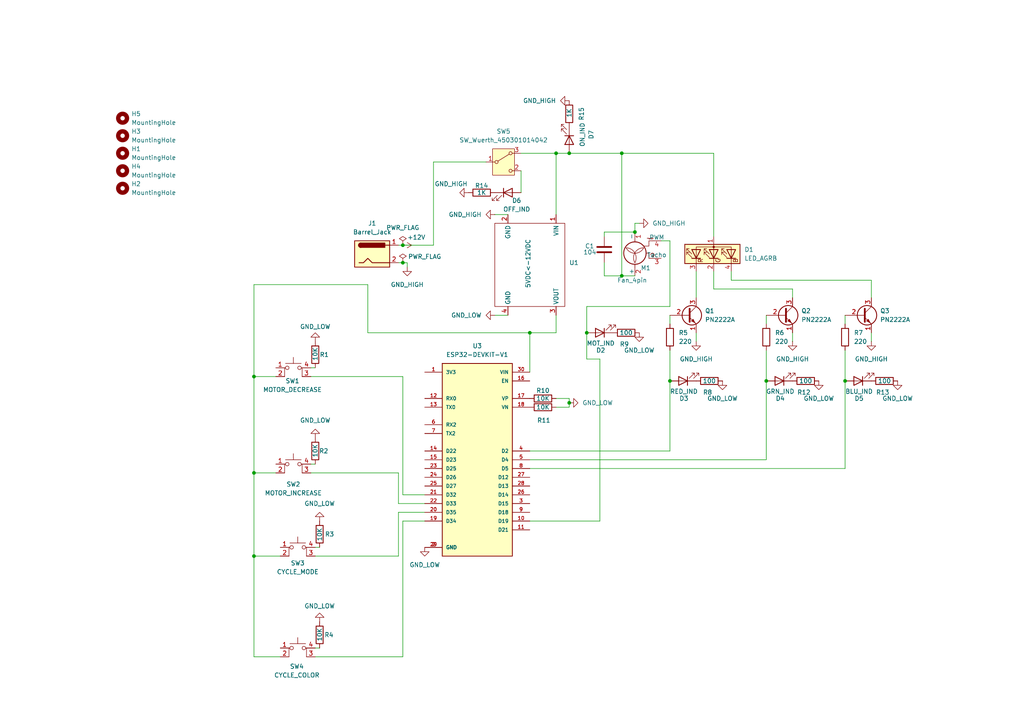
<source format=kicad_sch>
(kicad_sch (version 20231120) (generator "eeschema") (generator_version "8.0")
  (paper "A4")
  (lib_symbols
    (symbol "Connector:Barrel_Jack" (pin_names (offset 1.016))
      (property "Reference" "J" (at 0 5.334 0))
      (property "Value" "Barrel_Jack" (at 0 -5.08 0))
      (symbol "Barrel_Jack_0_1"
        (rectangle (start -5.08 3.81) (end 5.08 -3.81) (stroke (width 0.254)) (fill (type background)))
        (arc (start -3.302 3.175) (mid -3.9343 2.54) (end -3.302 1.905) (stroke (width 0.254)))
        (arc (start -3.302 3.175) (mid -3.9343 2.54) (end -3.302 1.905) (stroke (width 0.254)) (fill (type outline)))
        (polyline (pts (xy 5.08 2.54) (xy 3.81 2.54)) (stroke (width 0.254)))
        (polyline (pts (xy -3.81 -2.54) (xy -2.54 -2.54) (xy -1.27 -1.27) (xy 0 -2.54) (xy 2.54 -2.54) (xy 5.08 -2.54)) (stroke (width 0.254)))
        (rectangle (start 3.683 3.175) (end -3.302 1.905) (stroke (width 0.254)) (fill (type outline)))
      )
      (symbol "Barrel_Jack_1_1"
        (pin passive line (at 7.62 2.54 180) (length 2.54) (name "~") (number "1"))
        (pin passive line (at 7.62 -2.54 180) (length 2.54) (name "~") (number "2"))
      )
    )
    (symbol "Device:C" (pin_numbers hide) (pin_names (offset 0.254))
      (property "Reference" "C" (at 0.635 2.54 0))
      (property "Value" "C" (at 0.635 -2.54 0))
      (symbol "C_0_1"
        (polyline (pts (xy -2.032 -0.762) (xy 2.032 -0.762)) (stroke (width 0.508)))
        (polyline (pts (xy -2.032 0.762) (xy 2.032 0.762)) (stroke (width 0.508)))
      )
      (symbol "C_1_1"
        (pin passive line (at 0 3.81 270) (length 2.794) (name "~") (number "1"))
        (pin passive line (at 0 -3.81 90) (length 2.794) (name "~") (number "2"))
      )
    )
    (symbol "Device:LED" (pin_numbers hide) (pin_names (offset 1.016) hide)
      (property "Reference" "D" (at 0 2.54 0))
      (property "Value" "LED" (at 0 -2.54 0))
      (symbol "LED_0_1"
        (polyline (pts (xy -1.27 -1.27) (xy -1.27 1.27)) (stroke (width 0.254)))
        (polyline (pts (xy -1.27 0) (xy 1.27 0)))
        (polyline (pts (xy 1.27 -1.27) (xy 1.27 1.27) (xy -1.27 0) (xy 1.27 -1.27)) (stroke (width 0.254)))
        (polyline (pts (xy -3.048 -0.762) (xy -4.572 -2.286) (xy -3.81 -2.286) (xy -4.572 -2.286) (xy -4.572 -1.524)))
        (polyline (pts (xy -1.778 -0.762) (xy -3.302 -2.286) (xy -2.54 -2.286) (xy -3.302 -2.286) (xy -3.302 -1.524)))
      )
      (symbol "LED_1_1"
        (pin passive line (at -3.81 0 0) (length 2.54) (name "K") (number "1"))
        (pin passive line (at 3.81 0 180) (length 2.54) (name "A") (number "2"))
      )
    )
    (symbol "Device:LED_AGRB" (pin_names (offset 0) hide)
      (property "Reference" "D" (at 0 9.398 0))
      (property "Value" "LED_AGRB" (at 0 -8.89 0))
      (symbol "LED_AGRB_0_0"
        (text "B" (at -1.905 -6.35 0) (effects (font (size 1.27 1.27))))
        (text "G" (at -1.905 -1.27 0) (effects (font (size 1.27 1.27))))
        (text "R" (at -1.905 3.81 0) (effects (font (size 1.27 1.27))))
      )
      (symbol "LED_AGRB_0_1"
        (polyline (pts (xy -1.27 -5.08) (xy -2.54 -5.08)))
        (polyline (pts (xy -1.27 -5.08) (xy 1.27 -5.08)))
        (polyline (pts (xy -1.27 -3.81) (xy -1.27 -6.35)) (stroke (width 0.254)))
        (polyline (pts (xy -1.27 0) (xy -2.54 0)))
        (polyline (pts (xy -1.27 1.27) (xy -1.27 -1.27)) (stroke (width 0.254)))
        (polyline (pts (xy -1.27 5.08) (xy -2.54 5.08)))
        (polyline (pts (xy -1.27 5.08) (xy 1.27 5.08)))
        (polyline (pts (xy -1.27 6.35) (xy -1.27 3.81)) (stroke (width 0.254)))
        (polyline (pts (xy 1.27 0) (xy -1.27 0)))
        (polyline (pts (xy 1.27 0) (xy 2.54 0)))
        (polyline (pts (xy -1.27 1.27) (xy -1.27 -1.27) (xy -1.27 -1.27)))
        (polyline (pts (xy -1.27 6.35) (xy -1.27 3.81) (xy -1.27 3.81)))
        (polyline (pts (xy 1.27 -5.08) (xy 2.032 -5.08) (xy 2.032 5.08) (xy 1.27 5.08)))
        (polyline (pts (xy 1.27 -3.81) (xy 1.27 -6.35) (xy -1.27 -5.08) (xy 1.27 -3.81)) (stroke (width 0.254)))
        (polyline (pts (xy 1.27 1.27) (xy 1.27 -1.27) (xy -1.27 0) (xy 1.27 1.27)) (stroke (width 0.254)))
        (polyline (pts (xy 1.27 6.35) (xy 1.27 3.81) (xy -1.27 5.08) (xy 1.27 6.35)) (stroke (width 0.254)))
        (polyline (pts (xy -1.016 -3.81) (xy 0.508 -2.286) (xy -0.254 -2.286) (xy 0.508 -2.286) (xy 0.508 -3.048)))
        (polyline (pts (xy -1.016 1.27) (xy 0.508 2.794) (xy -0.254 2.794) (xy 0.508 2.794) (xy 0.508 2.032)))
        (polyline (pts (xy -1.016 6.35) (xy 0.508 7.874) (xy -0.254 7.874) (xy 0.508 7.874) (xy 0.508 7.112)))
        (polyline (pts (xy 0 -3.81) (xy 1.524 -2.286) (xy 0.762 -2.286) (xy 1.524 -2.286) (xy 1.524 -3.048)))
        (polyline (pts (xy 0 1.27) (xy 1.524 2.794) (xy 0.762 2.794) (xy 1.524 2.794) (xy 1.524 2.032)))
        (polyline (pts (xy 0 6.35) (xy 1.524 7.874) (xy 0.762 7.874) (xy 1.524 7.874) (xy 1.524 7.112)))
        (rectangle (start 1.27 -1.27) (end 1.27 1.27))
        (rectangle (start 1.27 1.27) (end 1.27 1.27))
        (rectangle (start 1.27 3.81) (end 1.27 6.35))
        (rectangle (start 1.27 6.35) (end 1.27 6.35))
        (circle (center 2.032 0) (radius 0.254) (fill (type outline)))
        (rectangle (start 2.794 8.382) (end -2.794 -7.62) (stroke (width 0.254)) (fill (type background)))
      )
      (symbol "LED_AGRB_1_1"
        (pin passive line (at 5.08 0 180) (length 2.54) (name "A") (number "1"))
        (pin passive line (at -5.08 0 0) (length 2.54) (name "GK") (number "2"))
        (pin passive line (at -5.08 5.08 0) (length 2.54) (name "RK") (number "3"))
        (pin passive line (at -5.08 -5.08 0) (length 2.54) (name "BK") (number "4"))
      )
    )
    (symbol "Device:R" (pin_numbers hide) (pin_names (offset 0))
      (property "Reference" "R" (at 2.032 0 90))
      (property "Value" "R" (at 0 0 90))
      (symbol "R_0_1"
        (rectangle (start -1.016 -2.54) (end 1.016 2.54) (stroke (width 0.254)))
      )
      (symbol "R_1_1"
        (pin passive line (at 0 3.81 270) (length 1.27) (name "~") (number "1"))
        (pin passive line (at 0 -3.81 90) (length 1.27) (name "~") (number "2"))
      )
    )
    (symbol "ESP_DEVKITV1:ESP32-DEVKIT-V1" (pin_names (offset 1.016))
      (property "Reference" "U" (at -10.16 30.48 0))
      (property "Value" "ESP32-DEVKIT-V1" (at -10.16 -30.48 0))
      (symbol "ESP32-DEVKIT-V1_0_0"
        (rectangle (start -10.16 -27.94) (end 10.16 27.94) (stroke (width 0.254)) (fill (type background)))
        (pin output line (at 15.24 25.4 180) (length 5.08) (name "3V3") (number "1"))
        (pin bidirectional line (at -15.24 -17.78 0) (length 5.08) (name "D19") (number "10"))
        (pin bidirectional line (at -15.24 -20.32 0) (length 5.08) (name "D21") (number "11"))
        (pin input line (at 15.24 17.78 180) (length 5.08) (name "RX0") (number "12"))
        (pin output line (at 15.24 15.24 180) (length 5.08) (name "TX0") (number "13"))
        (pin bidirectional line (at 15.24 2.54 180) (length 5.08) (name "D22") (number "14"))
        (pin bidirectional line (at 15.24 0 180) (length 5.08) (name "D23") (number "15"))
        (pin input line (at -15.24 22.86 0) (length 5.08) (name "EN") (number "16"))
        (pin bidirectional line (at -15.24 17.78 0) (length 5.08) (name "VP") (number "17"))
        (pin bidirectional line (at -15.24 15.24 0) (length 5.08) (name "VN") (number "18"))
        (pin bidirectional line (at 15.24 -17.78 180) (length 5.08) (name "D34") (number "19"))
        (pin power_in line (at 15.24 -25.4 180) (length 5.08) (name "GND") (number "2"))
        (pin bidirectional line (at 15.24 -15.24 180) (length 5.08) (name "D35") (number "20"))
        (pin bidirectional line (at 15.24 -10.16 180) (length 5.08) (name "D32") (number "21"))
        (pin bidirectional line (at 15.24 -12.7 180) (length 5.08) (name "D33") (number "22"))
        (pin bidirectional line (at 15.24 -2.54 180) (length 5.08) (name "D25") (number "23"))
        (pin bidirectional line (at 15.24 -5.08 180) (length 5.08) (name "D26") (number "24"))
        (pin bidirectional line (at 15.24 -7.62 180) (length 5.08) (name "D27") (number "25"))
        (pin bidirectional line (at -15.24 -10.16 0) (length 5.08) (name "D14") (number "26"))
        (pin bidirectional line (at -15.24 -5.08 0) (length 5.08) (name "D12") (number "27"))
        (pin bidirectional line (at -15.24 -7.62 0) (length 5.08) (name "D13") (number "28"))
        (pin power_in line (at 15.24 -25.4 180) (length 5.08) (name "GND") (number "29"))
        (pin bidirectional line (at -15.24 -12.7 0) (length 5.08) (name "D15") (number "3"))
        (pin input line (at -15.24 25.4 0) (length 5.08) (name "VIN") (number "30"))
        (pin bidirectional line (at -15.24 2.54 0) (length 5.08) (name "D2") (number "4"))
        (pin bidirectional line (at -15.24 0 0) (length 5.08) (name "D4") (number "5"))
        (pin input line (at 15.24 10.16 180) (length 5.08) (name "RX2") (number "6"))
        (pin output line (at 15.24 7.62 180) (length 5.08) (name "TX2") (number "7"))
        (pin bidirectional line (at -15.24 -2.54 0) (length 5.08) (name "D5") (number "8"))
        (pin bidirectional line (at -15.24 -15.24 0) (length 5.08) (name "D18") (number "9"))
      )
    )
    (symbol "Josh_Symbol:Buck_Converter"
      (property "Reference" "U" (at 0 0 0))
      (symbol "Buck_Converter_0_1"
        (rectangle (start -10.16 24.13) (end 10.16 0))
      )
      (symbol "Buck_Converter_1_1"
        (pin input line (at 7.62 26.67 270) (length 2.54) (name "VIN") (number "1"))
        (pin input line (at -6.35 26.67 270) (length 2.54) (name "GND") (number "2"))
        (pin power_out line (at 7.62 -2.54 90) (length 2.54) (name "VOUT") (number "3"))
        (pin input line (at -6.35 -2.54 90) (length 2.54) (name "GND") (number "4"))
      )
    )
    (symbol "Mechanical:MountingHole" (pin_names (offset 1.016)) (exclude_from_sim yes) (in_bom no)
      (property "Reference" "H" (at 0 5.08 0))
      (property "Value" "MountingHole" (at 0 3.175 0))
      (symbol "MountingHole_0_1"
        (circle (center 0 0) (radius 1.27) (stroke (width 1.27)))
      )
    )
    (symbol "Motor:Fan_4pin" (pin_names (offset 0))
      (property "Reference" "M" (at 2.54 5.08 0))
      (property "Value" "Fan_4pin" (at 2.54 -2.54 0))
      (symbol "Fan_4pin_0_0"
        (arc (start -5.588 1.524) (mid -5.08 1.0182) (end -4.572 1.524))
        (arc (start -5.08 2.032) (mid -5.4392 1.8832) (end -5.588 1.524))
        (polyline (pts (xy -5.08 2.032) (xy -5.334 2.159)))
        (polyline (pts (xy -5.08 2.032) (xy -5.207 1.778)))
        (polyline (pts (xy -4.064 2.54) (xy -4.064 1.016) (xy -3.302 1.016)))
      )
      (symbol "Fan_4pin_0_1"
        (arc (start -2.54 -0.508) (mid 0.0028 0.9121) (end 0 3.81))
        (polyline (pts (xy -4.064 2.54) (xy -5.08 2.54)))
        (polyline (pts (xy 0 -5.08) (xy 0 -4.572)))
        (polyline (pts (xy 0 -2.2352) (xy 0 -2.6416)))
        (polyline (pts (xy 0 4.2672) (xy 0 4.6228)))
        (polyline (pts (xy 0 4.572) (xy 0 5.08)))
        (polyline (pts (xy -2.54 -1.016) (xy -4.064 -1.016) (xy -4.064 -2.54) (xy -5.08 -2.54)))
        (polyline (pts (xy -5.334 -3.302) (xy -5.08 -3.302) (xy -5.08 -3.048) (xy -4.826 -3.048) (xy -4.826 -3.302) (xy -4.318 -3.302) (xy -4.318 -3.048) (xy -4.064 -3.048) (xy -4.064 -3.302) (xy -3.556 -3.302)))
        (circle (center 0 1.016) (radius 3.2512) (stroke (width 0.254)))
        (arc (start 0 3.81) (mid 0.053 0.921) (end 2.54 -0.508))
        (arc (start 2.54 -0.508) (mid 0 1.0618) (end -2.54 -0.508))
      )
      (symbol "Fan_4pin_1_1"
        (pin passive line (at 0 -5.08 90) (length 2.54) (name "-") (number "1"))
        (pin passive line (at 0 7.62 270) (length 2.54) (name "+") (number "2"))
        (pin passive line (at -7.62 2.54 0) (length 2.54) (name "Tacho") (number "3"))
        (pin input line (at -7.62 -2.54 0) (length 2.54) (name "PWM") (number "4"))
      )
    )
    (symbol "Switch:SW_MEC_5E" (pin_names (offset 1.016) hide)
      (property "Reference" "SW" (at 0.635 5.715 0))
      (property "Value" "SW_MEC_5E" (at 0 -3.175 0))
      (symbol "SW_MEC_5E_0_1"
        (circle (center -1.778 2.54) (radius 0.508))
        (polyline (pts (xy -2.286 3.81) (xy 2.286 3.81)))
        (polyline (pts (xy 0 3.81) (xy 0 5.588)))
        (polyline (pts (xy -2.54 0) (xy -2.54 2.54) (xy -2.286 2.54)))
        (polyline (pts (xy 2.54 0) (xy 2.54 2.54) (xy 2.286 2.54)))
        (circle (center 1.778 2.54) (radius 0.508))
        (pin passive line (at -5.08 2.54 0) (length 2.54) (name "1") (number "1"))
        (pin passive line (at -5.08 0 0) (length 2.54) (name "2") (number "2"))
        (pin passive line (at 5.08 0 180) (length 2.54) (name "K") (number "3"))
        (pin passive line (at 5.08 2.54 180) (length 2.54) (name "A") (number "4"))
      )
    )
    (symbol "Switch:SW_Wuerth_450301014042" (pin_names (offset 1) hide)
      (property "Reference" "SW" (at 0 5.08 0))
      (property "Value" "SW_Wuerth_450301014042" (at 0 -5.08 0))
      (symbol "SW_Wuerth_450301014042_0_1"
        (circle (center -2.032 0) (radius 0.4572))
        (polyline (pts (xy -1.651 0.254) (xy 1.651 2.286)))
        (circle (center 2.032 -2.54) (radius 0.4572))
        (circle (center 2.032 2.54) (radius 0.4572))
      )
      (symbol "SW_Wuerth_450301014042_1_1"
        (rectangle (start -3.175 3.81) (end 3.175 -3.81) (fill (type background)))
        (pin passive line (at -5.08 0 0) (length 2.54) (name "B") (number "1"))
        (pin passive line (at 5.08 -2.54 180) (length 2.54) (name "C") (number "2"))
        (pin passive line (at 5.08 2.54 180) (length 2.54) (name "A") (number "3"))
      )
    )
    (symbol "Transistor_BJT:PN2222A" (pin_names (offset 0) hide)
      (property "Reference" "Q" (at 5.08 1.905 0))
      (property "Value" "PN2222A" (at 5.08 0 0))
      (symbol "PN2222A_0_1"
        (polyline (pts (xy 0 0) (xy 0.635 0)))
        (polyline (pts (xy 2.54 -2.54) (xy 0.635 -0.635)))
        (polyline (pts (xy 2.54 2.54) (xy 0.635 0.635)))
        (polyline (pts (xy 0.635 1.905) (xy 0.635 -1.905) (xy 0.635 -1.905)) (stroke (width 0.508)))
        (polyline (pts (xy 2.413 -2.413) (xy 1.905 -1.905) (xy 1.905 -1.905)))
        (polyline (pts (xy 1.143 -1.651) (xy 1.651 -1.143) (xy 2.159 -2.159) (xy 1.143 -1.651) (xy 1.143 -1.651)) (fill (type outline)))
        (circle (center 1.27 0) (radius 2.8194) (stroke (width 0.254)))
      )
      (symbol "PN2222A_1_1"
        (pin passive line (at 2.54 -5.08 90) (length 2.54) (name "E") (number "1"))
        (pin input line (at -5.08 0 0) (length 5.08) (name "B") (number "2"))
        (pin passive line (at 2.54 5.08 270) (length 2.54) (name "C") (number "3"))
      )
    )
    (symbol "power:+12V" (power) (pin_numbers hide) (pin_names (offset 0) hide)
      (property "Value" "+12V" (at 0 3.556 0))
      (symbol "+12V_0_1"
        (polyline (pts (xy -0.762 1.27) (xy 0 2.54)))
        (polyline (pts (xy 0 0) (xy 0 2.54)))
        (polyline (pts (xy 0 2.54) (xy 0.762 1.27)))
      )
      (symbol "+12V_1_1"
        (pin power_in line (at 0 0 90) (length 0) (name "~") (number "1"))
      )
    )
    (symbol "power:GND" (power) (pin_numbers hide) (pin_names (offset 0) hide)
      (property "Value" "GND" (at 0 -3.81 0))
      (symbol "GND_0_1"
        (polyline (pts (xy 0 0) (xy 0 -1.27) (xy 1.27 -1.27) (xy 0 -2.54) (xy -1.27 -1.27) (xy 0 -1.27)))
      )
      (symbol "GND_1_1"
        (pin power_in line (at 0 0 270) (length 0) (name "~") (number "1"))
      )
    )
    (symbol "power:PWR_FLAG" (power) (pin_numbers hide) (pin_names (offset 0) hide)
      (property "Value" "PWR_FLAG" (at 0 3.81 0))
      (symbol "PWR_FLAG_0_0"
        (pin power_out line (at 0 0 90) (length 0) (name "~") (number "1"))
      )
      (symbol "PWR_FLAG_0_1"
        (polyline (pts (xy 0 0) (xy 0 1.27) (xy -1.016 1.905) (xy 0 2.54) (xy 1.016 1.905) (xy 0 1.27)))
      )
    )
  )
  (junction (at 180.34 80.01))
  (junction (at 165.1 44.45))
  (junction (at 73.66 109.22))
  (junction (at 153.67 96.52))
  (junction (at 116.84 76.2))
  (junction (at 184.15 67.31))
  (junction (at 165.1 116.84))
  (junction (at 73.66 161.29))
  (junction (at 116.84 71.12))
  (junction (at 194.31 110.49))
  (junction (at 73.66 137.16))
  (junction (at 180.34 44.45))
  (junction (at 245.11 110.49))
  (junction (at 222.25 110.49))
  (junction (at 161.29 44.45))
  (junction (at 170.18 96.52))
  (wire (pts (xy 222.25 101.6) (xy 222.25 110.49)))
  (wire (pts (xy 123.19 148.59) (xy 115.57 148.59)))
  (wire (pts (xy 118.11 77.47) (xy 118.11 76.2)))
  (wire (pts (xy 115.57 71.12) (xy 116.84 71.12)))
  (wire (pts (xy 153.67 96.52) (xy 153.67 107.95)))
  (wire (pts (xy 161.29 115.57) (xy 165.1 115.57)))
  (wire (pts (xy 73.66 109.22) (xy 80.01 109.22)))
  (wire (pts (xy 194.31 130.81) (xy 153.67 130.81)))
  (wire (pts (xy 184.15 67.31) (xy 184.15 64.77)))
  (wire (pts (xy 245.11 101.6) (xy 245.11 110.49)))
  (wire (pts (xy 161.29 118.11) (xy 165.1 118.11)))
  (wire (pts (xy 194.31 101.6) (xy 194.31 110.49)))
  (wire (pts (xy 125.73 46.99) (xy 140.97 46.99)))
  (wire (pts (xy 153.67 135.89) (xy 245.11 135.89)))
  (wire (pts (xy 245.11 110.49) (xy 245.11 135.89)))
  (wire (pts (xy 106.68 96.52) (xy 106.68 82.55)))
  (wire (pts (xy 180.34 80.01) (xy 184.15 80.01)))
  (wire (pts (xy 175.26 68.58) (xy 175.26 67.31)))
  (wire (pts (xy 116.84 76.2) (xy 115.57 76.2)))
  (wire (pts (xy 125.73 46.99) (xy 125.73 71.12)))
  (wire (pts (xy 73.66 109.22) (xy 73.66 137.16)))
  (wire (pts (xy 170.18 104.14) (xy 170.18 96.52)))
  (wire (pts (xy 91.44 190.5) (xy 116.84 190.5)))
  (wire (pts (xy 165.1 44.45) (xy 180.34 44.45)))
  (wire (pts (xy 184.15 64.77) (xy 185.42 64.77)))
  (wire (pts (xy 175.26 80.01) (xy 180.34 80.01)))
  (wire (pts (xy 73.66 161.29) (xy 73.66 190.5)))
  (wire (pts (xy 92.71 187.96) (xy 91.44 187.96)))
  (wire (pts (xy 123.19 143.51) (xy 116.84 143.51)))
  (wire (pts (xy 207.01 44.45) (xy 207.01 68.58)))
  (wire (pts (xy 252.73 96.52) (xy 252.73 99.06)))
  (wire (pts (xy 92.71 158.75) (xy 91.44 158.75)))
  (wire (pts (xy 147.32 91.44) (xy 143.51 91.44)))
  (wire (pts (xy 153.67 96.52) (xy 161.29 96.52)))
  (wire (pts (xy 180.34 44.45) (xy 207.01 44.45)))
  (wire (pts (xy 153.67 133.35) (xy 222.25 133.35)))
  (wire (pts (xy 73.66 137.16) (xy 80.01 137.16)))
  (wire (pts (xy 161.29 44.45) (xy 165.1 44.45)))
  (wire (pts (xy 123.19 151.13) (xy 116.84 151.13)))
  (wire (pts (xy 222.25 91.44) (xy 222.25 93.98)))
  (wire (pts (xy 212.09 81.28) (xy 252.73 81.28)))
  (wire (pts (xy 245.11 91.44) (xy 245.11 93.98)))
  (wire (pts (xy 201.93 78.74) (xy 201.93 86.36)))
  (wire (pts (xy 161.29 44.45) (xy 161.29 62.23)))
  (wire (pts (xy 194.31 91.44) (xy 194.31 93.98)))
  (wire (pts (xy 212.09 78.74) (xy 212.09 81.28)))
  (wire (pts (xy 151.13 49.53) (xy 151.13 55.88)))
  (wire (pts (xy 81.28 190.5) (xy 73.66 190.5)))
  (wire (pts (xy 180.34 44.45) (xy 180.34 80.01)))
  (wire (pts (xy 207.01 78.74) (xy 207.01 83.82)))
  (wire (pts (xy 201.93 96.52) (xy 201.93 99.06)))
  (wire (pts (xy 116.84 143.51) (xy 116.84 109.22)))
  (wire (pts (xy 222.25 110.49) (xy 222.25 133.35)))
  (wire (pts (xy 173.99 104.14) (xy 170.18 104.14)))
  (wire (pts (xy 118.11 76.2) (xy 116.84 76.2)))
  (wire (pts (xy 175.26 76.2) (xy 175.26 80.01)))
  (wire (pts (xy 106.68 96.52) (xy 153.67 96.52)))
  (wire (pts (xy 116.84 109.22) (xy 90.17 109.22)))
  (wire (pts (xy 115.57 137.16) (xy 115.57 146.05)))
  (wire (pts (xy 165.1 115.57) (xy 165.1 116.84)))
  (wire (pts (xy 73.66 82.55) (xy 106.68 82.55)))
  (wire (pts (xy 173.99 151.13) (xy 173.99 104.14)))
  (wire (pts (xy 115.57 148.59) (xy 115.57 161.29)))
  (wire (pts (xy 153.67 151.13) (xy 173.99 151.13)))
  (wire (pts (xy 170.18 88.9) (xy 170.18 96.52)))
  (wire (pts (xy 194.31 88.9) (xy 170.18 88.9)))
  (wire (pts (xy 194.31 69.85) (xy 191.77 69.85)))
  (wire (pts (xy 91.44 106.68) (xy 90.17 106.68)))
  (wire (pts (xy 116.84 151.13) (xy 116.84 190.5)))
  (wire (pts (xy 229.87 96.52) (xy 229.87 99.06)))
  (wire (pts (xy 73.66 161.29) (xy 81.28 161.29)))
  (wire (pts (xy 115.57 137.16) (xy 90.17 137.16)))
  (wire (pts (xy 147.32 62.23) (xy 143.51 62.23)))
  (wire (pts (xy 175.26 67.31) (xy 184.15 67.31)))
  (wire (pts (xy 116.84 71.12) (xy 125.73 71.12)))
  (wire (pts (xy 91.44 134.62) (xy 90.17 134.62)))
  (wire (pts (xy 165.1 118.11) (xy 165.1 116.84)))
  (wire (pts (xy 229.87 83.82) (xy 229.87 86.36)))
  (wire (pts (xy 73.66 137.16) (xy 73.66 161.29)))
  (wire (pts (xy 161.29 96.52) (xy 161.29 91.44)))
  (wire (pts (xy 194.31 69.85) (xy 194.31 88.9)))
  (wire (pts (xy 123.19 146.05) (xy 115.57 146.05)))
  (wire (pts (xy 194.31 110.49) (xy 194.31 130.81)))
  (wire (pts (xy 151.13 44.45) (xy 161.29 44.45)))
  (wire (pts (xy 73.66 82.55) (xy 73.66 109.22)))
  (wire (pts (xy 207.01 83.82) (xy 229.87 83.82)))
  (wire (pts (xy 252.73 81.28) (xy 252.73 86.36)))
  (wire (pts (xy 115.57 161.29) (xy 91.44 161.29)))
  (symbol (lib_id "Device:R") (at 181.61 96.52 90) (unit 1)
    (property "Reference" "R9" (at 181.102 99.822 90))
    (property "Value" "100" (at 181.61 96.52 90))
    (property "Footprint" "Resistor_SMD:R_1206_3216Metric_Pad1.30x1.75mm_HandSolder" (effects (hide yes)))
    (property "Description" "Resistor" (effects (hide yes)))
  )
  (symbol (lib_id "Device:R") (at 157.48 118.11 90) (unit 1)
    (property "Reference" "R11" (at 157.734 121.92 90))
    (property "Value" "10K" (at 157.48 118.11 90))
    (property "Footprint" "Resistor_SMD:R_1206_3216Metric_Pad1.30x1.75mm_HandSolder" (effects (hide yes)))
    (property "Description" "Resistor" (effects (hide yes)))
  )
  (symbol (lib_id "power:GND") (at 118.11 77.47 0) (unit 1)
    (property "Reference" "#PWR06" (effects (hide yes)))
    (property "Value" "GND_HIGH" (at 118.11 82.55 0))
    (property "Description" "Power symbol creates a global label with name \"GND\" , ground" (effects (hide yes)))
  )
  (symbol (lib_id "Device:LED") (at 248.92 110.49 180) (unit 1)
    (property "Reference" "D5" (at 249.174 115.57 0))
    (property "Value" "BLU_IND" (at 249.174 113.538 0))
    (property "Footprint" "LED_SMD:LED_1206_3216Metric_Pad1.42x1.75mm_HandSolder" (effects (hide yes)))
    (property "Description" "Light emitting diode" (effects (hide yes)))
  )
  (symbol (lib_id "Switch:SW_MEC_5E") (at 85.09 137.16 0) (unit 1)
    (property "Reference" "SW2" (at 85.09 140.462 0))
    (property "Value" "MOTOR_INCREASE" (at 85.09 143.002 0))
    (property "Footprint" "Custom:SW_PUSH_6mm" (effects (hide yes)))
    (property "Datasheet" "http://www.apem.com/int/index.php?controller=attachment&id_attachment=1371" (effects (hide yes)))
    (property "Description" "MEC 5E single pole normally-open tactile switch" (effects (hide yes)))
  )
  (symbol (lib_id "Motor:Fan_4pin") (at 184.15 72.39 180) (unit 1)
    (property "Reference" "M1" (at 188.722 77.724 0) (effects (justify left)))
    (property "Value" "Fan_4pin" (at 187.706 81.28 0) (effects (justify left)))
    (property "Footprint" "Connector_PinHeader_2.54mm:PinHeader_1x04_P2.54mm_Vertical" (effects (hide yes)))
    (property "Datasheet" "http://www.formfactors.org/developer%5Cspecs%5Crev1_2_public.pdf" (effects (hide yes)))
    (property "Description" "Fan, tacho output, PWM input, 4-pin connector" (effects (hide yes)))
  )
  (symbol (lib_id "Device:R") (at 245.11 97.79 0) (unit 1)
    (property "Reference" "R7" (at 247.65 96.5199 0) (effects (justify left)))
    (property "Value" "220" (at 247.65 99.0599 0) (effects (justify left)))
    (property "Footprint" "Resistor_SMD:R_1206_3216Metric_Pad1.30x1.75mm_HandSolder" (effects (hide yes)))
    (property "Description" "Resistor" (effects (hide yes)))
  )
  (symbol (lib_id "power:GND") (at 143.51 62.23 270) (unit 1)
    (property "Reference" "#PWR016" (effects (hide yes)))
    (property "Value" "GND_HIGH" (at 139.7 62.2299 90) (effects (justify right)))
    (property "Description" "Power symbol creates a global label with name \"GND\" , ground" (effects (hide yes)))
  )
  (symbol (lib_id "Device:C") (at 175.26 72.39 0) (unit 1)
    (property "Reference" "C1" (at 169.672 71.374 0) (effects (justify left)))
    (property "Value" "104" (at 169.164 73.152 0) (effects (justify left)))
    (property "Footprint" "Capacitor_THT:C_Disc_D5.0mm_W2.5mm_P5.00mm" (effects (hide yes)))
    (property "Description" "Unpolarized capacitor" (effects (hide yes)))
  )
  (symbol (lib_id "power:GND") (at 201.93 99.06 0) (unit 1)
    (property "Reference" "#PWR04" (effects (hide yes)))
    (property "Value" "GND_HIGH" (at 201.93 104.14 0))
    (property "Description" "Power symbol creates a global label with name \"GND\" , ground" (effects (hide yes)))
  )
  (symbol (lib_id "power:GND") (at 185.42 96.52 0) (unit 1)
    (property "Reference" "#PWR03" (effects (hide yes)))
    (property "Value" "GND_LOW" (at 185.42 101.6 0))
    (property "Description" "Power symbol creates a global label with name \"GND\" , ground" (effects (hide yes)))
  )
  (symbol (lib_id "power:GND") (at 185.42 64.77 90) (unit 1)
    (property "Reference" "#PWR01" (effects (hide yes)))
    (property "Value" "GND_HIGH" (at 189.23 64.7699 90) (effects (justify right)))
    (property "Description" "Power symbol creates a global label with name \"GND\" , ground" (effects (hide yes)))
  )
  (symbol (lib_id "Device:LED") (at 165.1 40.64 270) (unit 1)
    (property "Reference" "D7" (at 171.45 39.0525 0))
    (property "Value" "ON_IND" (at 168.91 39.0525 0))
    (property "Footprint" "LED_SMD:LED_1206_3216Metric_Pad1.42x1.75mm_HandSolder" (effects (hide yes)))
    (property "Description" "Light emitting diode" (effects (hide yes)))
  )
  (symbol (lib_id "Device:R") (at 91.44 102.87 0) (unit 1)
    (property "Reference" "R1" (at 92.71 102.87 0) (effects (justify left)))
    (property "Value" "10K" (at 91.44 104.648 90) (effects (justify left)))
    (property "Footprint" "Resistor_SMD:R_1206_3216Metric_Pad1.30x1.75mm_HandSolder" (effects (hide yes)))
    (property "Description" "Resistor" (effects (hide yes)))
  )
  (symbol (lib_id "Device:LED_AGRB") (at 207.01 73.66 90) (unit 1)
    (property "Reference" "D1" (at 215.9 72.3899 90) (effects (justify right)))
    (property "Value" "LED_AGRB" (at 215.9 74.9299 90) (effects (justify right)))
    (property "Footprint" "Connector_PinHeader_2.54mm:PinHeader_1x04_P2.54mm_Vertical" (effects (hide yes)))
    (property "Description" "RGB LED, anode/green/red/blue" (effects (hide yes)))
  )
  (symbol (lib_id "Switch:SW_Wuerth_450301014042") (at 146.05 46.99 0) (unit 1)
    (property "Reference" "SW5" (at 146.05 38.1 0))
    (property "Value" "SW_Wuerth_450301014042" (at 146.05 40.64 0))
    (property "Footprint" "Button_Switch_THT:SW_Slide-03_Wuerth-WS-SLTV_10x2.5x6.4_P2.54mm" (effects (hide yes)))
    (property "Datasheet" "https://www.we-online.com/components/products/datasheet/450301014042.pdf" (effects (hide yes)))
    (property "Description" "Switch slide, single pole double throw" (effects (hide yes)))
  )
  (symbol (lib_id "power:GND") (at 135.89 55.88 270) (unit 1)
    (property "Reference" "#PWR018" (effects (hide yes)))
    (property "Value" "GND_HIGH" (at 135.636 53.34 90) (effects (justify right)))
    (property "Description" "Power symbol creates a global label with name \"GND\" , ground" (effects (hide yes)))
  )
  (symbol (lib_id "Josh_Symbol:Buck_Converter") (at 153.67 88.9 0) (unit 1)
    (property "Reference" "U1" (at 165.1 76.1999 0) (effects (justify left)))
    (property "Value" "5VDC<-12VDC" (at 153.162 83.566 90) (effects (justify left)))
    (property "Footprint" "Custom:Buck_Converter" (effects (hide yes)))
  )
  (symbol (lib_id "power:GND") (at 92.71 151.13 180) (unit 1)
    (property "Reference" "#PWR010" (effects (hide yes)))
    (property "Value" "GND_LOW" (at 92.71 146.05 0))
    (property "Description" "Power symbol creates a global label with name \"GND\" , ground" (effects (hide yes)))
  )
  (symbol (lib_id "Transistor_BJT:PN2222A") (at 199.39 91.44 0) (unit 1)
    (property "Reference" "Q1" (at 204.47 90.1699 0) (effects (justify left)))
    (property "Value" "PN2222A" (at 204.47 92.7099 0) (effects (justify left)))
    (property "Footprint" "Package_TO_SOT_THT:TO-92_Inline" (effects (hide yes)))
    (property "Datasheet" "https://www.onsemi.com/pub/Collateral/PN2222-D.PDF" (effects (hide yes)))
    (property "Description" "1A Ic, 40V Vce, NPN Transistor, General Purpose Transistor, TO-92" (effects (hide yes)))
  )
  (symbol (lib_id "Transistor_BJT:PN2222A") (at 250.19 91.44 0) (unit 1)
    (property "Reference" "Q3" (at 255.27 90.1699 0) (effects (justify left)))
    (property "Value" "PN2222A" (at 255.27 92.7099 0) (effects (justify left)))
    (property "Footprint" "Package_TO_SOT_THT:TO-92_Inline" (effects (hide yes)))
    (property "Datasheet" "https://www.onsemi.com/pub/Collateral/PN2222-D.PDF" (effects (hide yes)))
    (property "Description" "1A Ic, 40V Vce, NPN Transistor, General Purpose Transistor, TO-92" (effects (hide yes)))
  )
  (symbol (lib_id "Device:LED") (at 198.12 110.49 180) (unit 1)
    (property "Reference" "D3" (at 198.374 115.57 0))
    (property "Value" "RED_IND" (at 198.374 113.538 0))
    (property "Footprint" "LED_SMD:LED_1206_3216Metric_Pad1.42x1.75mm_HandSolder" (effects (hide yes)))
    (property "Description" "Light emitting diode" (effects (hide yes)))
  )
  (symbol (lib_id "power:GND") (at 123.19 158.75 0) (unit 1)
    (property "Reference" "#PWR07" (effects (hide yes)))
    (property "Value" "GND_LOW" (at 123.19 163.83 0))
    (property "Description" "Power symbol creates a global label with name \"GND\" , ground" (effects (hide yes)))
  )
  (symbol (lib_id "Device:R") (at 194.31 97.79 0) (unit 1)
    (property "Reference" "R5" (at 196.85 96.5199 0) (effects (justify left)))
    (property "Value" "220" (at 196.85 99.0599 0) (effects (justify left)))
    (property "Footprint" "Resistor_SMD:R_1206_3216Metric_Pad1.30x1.75mm_HandSolder" (effects (hide yes)))
    (property "Description" "Resistor" (effects (hide yes)))
  )
  (symbol (lib_id "Mechanical:MountingHole") (at 35.56 39.37 0) (unit 1) (exclude_from_sim yes) (in_bom no)
    (property "Reference" "H3" (at 38.1 38.0999 0) (effects (justify left)))
    (property "Value" "MountingHole" (at 38.1 40.6399 0) (effects (justify left)))
    (property "Footprint" "MountingHole:MountingHole_3.2mm_M3" (effects (hide yes)))
    (property "Description" "Mounting Hole without connection" (effects (hide yes)))
  )
  (symbol (lib_id "power:PWR_FLAG") (at 116.84 76.2 0) (unit 1)
    (property "Reference" "#FLG02" (effects (hide yes)))
    (property "Value" "PWR_FLAG" (at 123.19 74.422 0))
    (property "Description" "Special symbol for telling ERC where power comes from" (effects (hide yes)))
  )
  (symbol (lib_id "Device:R") (at 92.71 184.15 180) (unit 1)
    (property "Reference" "R4" (at 96.774 184.15 0) (effects (justify left)))
    (property "Value" "10K" (at 92.71 182.118 90) (effects (justify left)))
    (property "Footprint" "Resistor_SMD:R_1206_3216Metric_Pad1.30x1.75mm_HandSolder" (effects (hide yes)))
    (property "Description" "Resistor" (effects (hide yes)))
  )
  (symbol (lib_id "Device:LED") (at 226.06 110.49 180) (unit 1)
    (property "Reference" "D4" (at 226.314 115.57 0))
    (property "Value" "GRN_IND" (at 226.314 113.538 0))
    (property "Footprint" "LED_SMD:LED_1206_3216Metric_Pad1.42x1.75mm_HandSolder" (effects (hide yes)))
    (property "Description" "Light emitting diode" (effects (hide yes)))
  )
  (symbol (lib_id "Device:R") (at 91.44 130.81 180) (unit 1)
    (property "Reference" "R2" (at 95.25 130.81 0) (effects (justify left)))
    (property "Value" "10K" (at 91.44 128.778 90) (effects (justify left)))
    (property "Footprint" "Resistor_SMD:R_1206_3216Metric_Pad1.30x1.75mm_HandSolder" (effects (hide yes)))
    (property "Description" "Resistor" (effects (hide yes)))
  )
  (symbol (lib_id "power:GND") (at 165.1 29.21 270) (unit 1)
    (property "Reference" "#PWR019" (effects (hide yes)))
    (property "Value" "GND_HIGH" (at 161.29 29.2099 90) (effects (justify right)))
    (property "Description" "Power symbol creates a global label with name \"GND\" , ground" (effects (hide yes)))
  )
  (symbol (lib_id "Connector:Barrel_Jack") (at 107.95 73.66 0) (unit 1)
    (property "Reference" "J1" (at 107.95 64.77 0))
    (property "Value" "Barrel_Jack" (at 107.95 67.31 0))
    (property "Footprint" "Connector_BarrelJack:BarrelJack_Wuerth_6941xx301002" (effects (hide yes)))
    (property "Description" "DC Barrel Jack" (effects (hide yes)))
  )
  (symbol (lib_id "power:GND") (at 252.73 99.06 0) (unit 1)
    (property "Reference" "#PWR011" (effects (hide yes)))
    (property "Value" "GND_HIGH" (at 252.73 104.14 0))
    (property "Description" "Power symbol creates a global label with name \"GND\" , ground" (effects (hide yes)))
  )
  (symbol (lib_id "power:GND") (at 229.87 99.06 0) (unit 1)
    (property "Reference" "#PWR05" (effects (hide yes)))
    (property "Value" "GND_HIGH" (at 229.87 104.14 0))
    (property "Description" "Power symbol creates a global label with name \"GND\" , ground" (effects (hide yes)))
  )
  (symbol (lib_id "Device:LED") (at 147.32 55.88 0) (unit 1)
    (property "Reference" "D6" (at 149.86 58.166 0))
    (property "Value" "OFF_IND" (at 149.86 60.706 0))
    (property "Footprint" "LED_SMD:LED_1206_3216Metric_Pad1.42x1.75mm_HandSolder" (effects (hide yes)))
    (property "Description" "Light emitting diode" (effects (hide yes)))
  )
  (symbol (lib_id "Mechanical:MountingHole") (at 35.56 44.45 0) (unit 1) (exclude_from_sim yes) (in_bom no)
    (property "Reference" "H1" (at 38.1 43.1799 0) (effects (justify left)))
    (property "Value" "MountingHole" (at 38.1 45.7199 0) (effects (justify left)))
    (property "Footprint" "MountingHole:MountingHole_3.2mm_M3" (effects (hide yes)))
    (property "Description" "Mounting Hole without connection" (effects (hide yes)))
  )
  (symbol (lib_id "Device:R") (at 222.25 97.79 0) (unit 1)
    (property "Reference" "R6" (at 224.79 96.5199 0) (effects (justify left)))
    (property "Value" "220" (at 224.79 99.0599 0) (effects (justify left)))
    (property "Footprint" "Resistor_SMD:R_1206_3216Metric_Pad1.30x1.75mm_HandSolder" (effects (hide yes)))
    (property "Description" "Resistor" (effects (hide yes)))
  )
  (symbol (lib_id "power:GND") (at 91.44 127 180) (unit 1)
    (property "Reference" "#PWR09" (effects (hide yes)))
    (property "Value" "GND_LOW" (at 91.44 121.92 0))
    (property "Description" "Power symbol creates a global label with name \"GND\" , ground" (effects (hide yes)))
  )
  (symbol (lib_id "power:GND") (at 92.71 180.34 180) (unit 1)
    (property "Reference" "#PWR013" (effects (hide yes)))
    (property "Value" "GND_LOW" (at 92.71 175.768 0))
    (property "Description" "Power symbol creates a global label with name \"GND\" , ground" (effects (hide yes)))
  )
  (symbol (lib_id "Switch:SW_MEC_5E") (at 85.09 109.22 0) (unit 1)
    (property "Reference" "SW1" (at 84.836 110.49 0))
    (property "Value" "MOTOR_DECREASE" (at 84.836 113.03 0))
    (property "Footprint" "Custom:SW_PUSH_6mm" (effects (hide yes)))
    (property "Datasheet" "http://www.apem.com/int/index.php?controller=attachment&id_attachment=1371" (effects (hide yes)))
    (property "Description" "MEC 5E single pole normally-open tactile switch" (effects (hide yes)))
  )
  (symbol (lib_id "power:GND") (at 209.55 110.49 0) (unit 1)
    (property "Reference" "#PWR014" (effects (hide yes)))
    (property "Value" "GND_LOW" (at 209.55 115.57 0))
    (property "Description" "Power symbol creates a global label with name \"GND\" , ground" (effects (hide yes)))
  )
  (symbol (lib_id "power:GND") (at 260.35 110.49 0) (unit 1)
    (property "Reference" "#PWR017" (effects (hide yes)))
    (property "Value" "GND_LOW" (at 260.35 115.57 0))
    (property "Description" "Power symbol creates a global label with name \"GND\" , ground" (effects (hide yes)))
  )
  (symbol (lib_id "Device:R") (at 139.7 55.88 90) (unit 1)
    (property "Reference" "R14" (at 139.7 53.848 90))
    (property "Value" "1K" (at 139.7 55.88 90))
    (property "Footprint" "Resistor_SMD:R_1206_3216Metric_Pad1.30x1.75mm_HandSolder" (effects (hide yes)))
    (property "Description" "Resistor" (effects (hide yes)))
  )
  (symbol (lib_id "Device:R") (at 92.71 154.94 0) (unit 1)
    (property "Reference" "R3" (at 94.234 154.94 0) (effects (justify left)))
    (property "Value" "10K" (at 92.71 156.972 90) (effects (justify left)))
    (property "Footprint" "Resistor_SMD:R_1206_3216Metric_Pad1.30x1.75mm_HandSolder" (effects (hide yes)))
    (property "Description" "Resistor" (effects (hide yes)))
  )
  (symbol (lib_id "Device:R") (at 205.74 110.49 90) (unit 1)
    (property "Reference" "R8" (at 205.232 113.792 90))
    (property "Value" "100" (at 205.74 110.49 90))
    (property "Footprint" "Resistor_SMD:R_1206_3216Metric_Pad1.30x1.75mm_HandSolder" (effects (hide yes)))
    (property "Description" "Resistor" (effects (hide yes)))
  )
  (symbol (lib_id "Switch:SW_MEC_5E") (at 86.36 190.5 0) (unit 1)
    (property "Reference" "SW4" (at 86.106 193.294 0))
    (property "Value" "CYCLE_COLOR" (at 86.106 195.834 0))
    (property "Footprint" "Custom:SW_PUSH_6mm" (effects (hide yes)))
    (property "Datasheet" "http://www.apem.com/int/index.php?controller=attachment&id_attachment=1371" (effects (hide yes)))
    (property "Description" "MEC 5E single pole normally-open tactile switch" (effects (hide yes)))
  )
  (symbol (lib_id "power:GND") (at 165.1 116.84 90) (unit 1)
    (property "Reference" "#PWR02" (effects (hide yes)))
    (property "Value" "GND_LOW" (at 168.91 116.8399 90) (effects (justify right)))
    (property "Description" "Power symbol creates a global label with name \"GND\" , ground" (effects (hide yes)))
  )
  (symbol (lib_id "Device:R") (at 233.68 110.49 90) (unit 1)
    (property "Reference" "R12" (at 233.172 113.792 90))
    (property "Value" "100" (at 233.68 110.49 90))
    (property "Footprint" "Resistor_SMD:R_1206_3216Metric_Pad1.30x1.75mm_HandSolder" (effects (hide yes)))
    (property "Description" "Resistor" (effects (hide yes)))
  )
  (symbol (lib_id "Transistor_BJT:PN2222A") (at 227.33 91.44 0) (unit 1)
    (property "Reference" "Q2" (at 232.41 90.1699 0) (effects (justify left)))
    (property "Value" "PN2222A" (at 232.41 92.7099 0) (effects (justify left)))
    (property "Footprint" "Package_TO_SOT_THT:TO-92_Inline" (effects (hide yes)))
    (property "Datasheet" "https://www.onsemi.com/pub/Collateral/PN2222-D.PDF" (effects (hide yes)))
    (property "Description" "1A Ic, 40V Vce, NPN Transistor, General Purpose Transistor, TO-92" (effects (hide yes)))
  )
  (symbol (lib_id "Mechanical:MountingHole") (at 35.56 54.61 0) (unit 1) (exclude_from_sim yes) (in_bom no)
    (property "Reference" "H2" (at 38.1 53.3399 0) (effects (justify left)))
    (property "Value" "MountingHole" (at 38.1 55.8799 0) (effects (justify left)))
    (property "Footprint" "MountingHole:MountingHole_3.2mm_M3" (effects (hide yes)))
    (property "Description" "Mounting Hole without connection" (effects (hide yes)))
  )
  (symbol (lib_id "Switch:SW_MEC_5E") (at 86.36 161.29 0) (unit 1)
    (property "Reference" "SW3" (at 86.36 163.322 0))
    (property "Value" "CYCLE_MODE" (at 86.36 165.862 0))
    (property "Footprint" "Custom:SW_PUSH_6mm" (effects (hide yes)))
    (property "Datasheet" "http://www.apem.com/int/index.php?controller=attachment&id_attachment=1371" (effects (hide yes)))
    (property "Description" "MEC 5E single pole normally-open tactile switch" (effects (hide yes)))
  )
  (symbol (lib_id "Device:R") (at 256.54 110.49 90) (unit 1)
    (property "Reference" "R13" (at 256.032 113.792 90))
    (property "Value" "100" (at 256.54 110.49 90))
    (property "Footprint" "Resistor_SMD:R_1206_3216Metric_Pad1.30x1.75mm_HandSolder" (effects (hide yes)))
    (property "Description" "Resistor" (effects (hide yes)))
  )
  (symbol (lib_id "power:PWR_FLAG") (at 116.84 71.12 0) (unit 1)
    (property "Reference" "#FLG01" (effects (hide yes)))
    (property "Value" "PWR_FLAG" (at 116.84 66.04 0))
    (property "Description" "Special symbol for telling ERC where power comes from" (effects (hide yes)))
  )
  (symbol (lib_id "power:GND") (at 237.49 110.49 0) (unit 1)
    (property "Reference" "#PWR015" (effects (hide yes)))
    (property "Value" "GND_LOW" (at 237.49 115.57 0))
    (property "Description" "Power symbol creates a global label with name \"GND\" , ground" (effects (hide yes)))
  )
  (symbol (lib_id "power:+12V") (at 116.84 71.12 270) (unit 1)
    (property "Reference" "#PWR0101" (effects (hide yes)))
    (property "Value" "+12V" (at 118.11 68.834 90) (effects (justify left)))
    (property "Description" "Power symbol creates a global label with name \"+12V\"" (effects (hide yes)))
  )
  (symbol (lib_id "power:GND") (at 91.44 99.06 180) (unit 1)
    (property "Reference" "#PWR08" (effects (hide yes)))
    (property "Value" "GND_LOW" (at 91.44 94.742 0))
    (property "Description" "Power symbol creates a global label with name \"GND\" , ground" (effects (hide yes)))
  )
  (symbol (lib_id "Device:R") (at 165.1 33.02 0) (unit 1)
    (property "Reference" "R15" (at 168.656 33.02 90))
    (property "Value" "1K" (at 165.1 32.766 90))
    (property "Footprint" "Resistor_SMD:R_1206_3216Metric_Pad1.30x1.75mm_HandSolder" (effects (hide yes)))
    (property "Description" "Resistor" (effects (hide yes)))
  )
  (symbol (lib_id "power:GND") (at 143.51 91.44 270) (unit 1)
    (property "Reference" "#PWR012" (effects (hide yes)))
    (property "Value" "GND_LOW" (at 139.7 91.4399 90) (effects (justify right)))
    (property "Description" "Power symbol creates a global label with name \"GND\" , ground" (effects (hide yes)))
  )
  (symbol (lib_id "ESP_DEVKITV1:ESP32-DEVKIT-V1") (at 138.43 133.35 0) (mirror y) (unit 1)
    (property "Reference" "U3" (at 138.43 100.33 0))
    (property "Value" "ESP32-DEVKIT-V1" (at 138.43 102.87 0))
    (property "Footprint" "Custom:MODULE_ESP32_DEVKIT_V1_NO_MOUNT" (effects (hide yes)))
    (property "MF" "Do it" (effects (hide yes)))
    (property "MAXIMUM_PACKAGE_HEIGHT" "6.8 mm" (effects (hide yes)))
    (property "Package" "None" (effects (hide yes)))
    (property "Price" "None" (effects (hide yes)))
    (property "Check_prices" "https://www.snapeda.com/parts/ESP32-DEVKIT-V1/Do+it/view-part/?ref=eda" (effects (hide yes)))
    (property "STANDARD" "Manufacturer Recommendations" (effects (hide yes)))
    (property "PARTREV" "N/A" (effects (hide yes)))
    (property "SnapEDA_Link" "https://www.snapeda.com/parts/ESP32-DEVKIT-V1/Do+it/view-part/?ref=snap" (effects (hide yes)))
    (property "MP" "ESP32-DEVKIT-V1" (effects (hide yes)))
    (property "Description_1" "\nDual core, Wi-Fi: 2.4 GHz up to 150 Mbits/s,BLE (Bluetooth Low Energy) and legacy Bluetooth, 32 bits, Up to 240 MHz\n" (effects (hide yes)))
    (property "Availability" "Not in stock" (effects (hide yes)))
    (property "MANUFACTURER" "DOIT" (effects (hide yes)))
  )
  (symbol (lib_id "Device:R") (at 157.48 115.57 90) (unit 1)
    (property "Reference" "R10" (at 157.48 113.284 90))
    (property "Value" "10K" (at 157.48 115.57 90))
    (property "Footprint" "Resistor_SMD:R_1206_3216Metric_Pad1.30x1.75mm_HandSolder" (effects (hide yes)))
    (property "Description" "Resistor" (effects (hide yes)))
  )
  (symbol (lib_id "Mechanical:MountingHole") (at 35.56 49.53 0) (unit 1) (exclude_from_sim yes) (in_bom no)
    (property "Reference" "H4" (at 38.1 48.2599 0) (effects (justify left)))
    (property "Value" "MountingHole" (at 38.1 50.7999 0) (effects (justify left)))
    (property "Footprint" "MountingHole:MountingHole_3.2mm_M3" (effects (hide yes)))
    (property "Description" "Mounting Hole without connection" (effects (hide yes)))
  )
  (symbol (lib_id "Mechanical:MountingHole") (at 35.56 34.29 0) (unit 1) (exclude_from_sim yes) (in_bom no)
    (property "Reference" "H5" (at 38.1 33.0199 0) (effects (justify left)))
    (property "Value" "MountingHole" (at 38.1 35.5599 0) (effects (justify left)))
    (property "Footprint" "MountingHole:MountingHole_3.2mm_M3" (effects (hide yes)))
    (property "Description" "Mounting Hole without connection" (effects (hide yes)))
  )
  (symbol (lib_id "Device:LED") (at 173.99 96.52 180) (unit 1)
    (property "Reference" "D2" (at 174.244 101.6 0))
    (property "Value" "MOT_IND" (at 174.244 99.568 0))
    (property "Footprint" "LED_SMD:LED_1206_3216Metric_Pad1.42x1.75mm_HandSolder" (effects (hide yes)))
    (property "Description" "Light emitting diode" (effects (hide yes)))
  )
)
</source>
